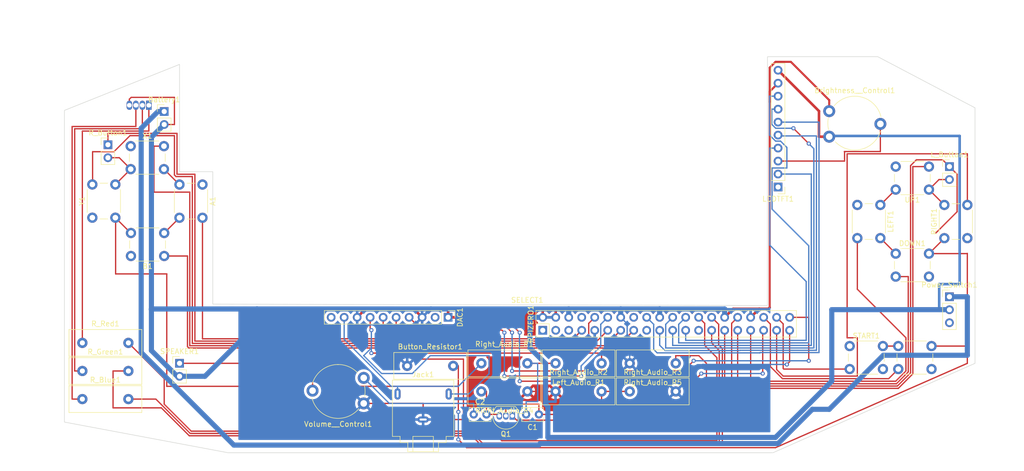
<source format=kicad_pcb>
(kicad_pcb (version 20211014) (generator pcbnew)
  (layers (0 "F.Cu" signal) (31 "B.Cu" signal) (34 "B.Paste" user) (35 "F.Paste" user) (36 "B.SilkS" user "B.Silkscreen") (37 "F.SilkS" user "F.Silkscreen") (38 "B.Mask" user) (39 "F.Mask" user) (44 "Edge.Cuts" user))
  (net 0 "")
  (net 1 "Net-(A1-Pad1)")
  (net 2 "Net-(A1-Pad2)")
  (net 3 "Net-(Amplifier1-Pad1)")
  (net 4 "Net-(Amplifier1-Pad2)")
  (net 5 "Net-(Amplifier1-Pad4)")
  (net 6 "Net-(B1-Pad1)")
  (net 7 "Net-(Battery1-Pad1)")
  (net 8 "Net-(Brightness__Control1-Pad2)")
  (net 9 "Net-(C1-Pad1)")
  (net 10 "Net-(SPEAKER1-Pad1)")
  (net 11 "Net-(C2-Pad2)")
  (net 13 "Net-(DAC1-Pad4)")
  (net 14 "Net-(DAC1-Pad5)")
  (net 15 "Net-(DAC1-Pad6)")
  (net 16 "Net-(DAC1-Pad7)")
  (net 17 "Net-(DAC1-Pad9)")
  (net 19 "Net-(C2-Pad1)")
  (net 21 "Net-(LCDTFT1-Pad2)")
  (net 22 "Net-(LCDTFT1-Pad4)")
  (net 23 "Net-(LCDTFT1-Pad5)")
  (net 24 "Net-(LCDTFT1-Pad6)")
  (net 25 "Net-(LCDTFT1-Pad7)")
  (net 26 "Net-(LCDTFT1-Pad8)")
  (net 27 "Net-(DOWN1-Pad2)")
  (net 28 "Net-(LEFT1-Pad2)")
  (net 30 "Net-(Q1-Pad1)")
  (net 31 "Net-(L_Button1-Pad1)")
  (net 36 "Net-(RPIZERO1-Pad10)")
  (net 37 "Net-(RPIZERO1-Pad11)")
  (net 38 "Net-(RIGHT1-Pad2)")
  (net 41 "Net-(RPIZERO1-Pad13)")
  (net 42 "Net-(RPIZERO1-Pad26)")
  (net 43 "Net-(RPIZERO1-Pad27)")
  (net 44 "Net-(RPIZERO1-Pad29)")
  (net 45 "Net-(RPIZERO1-Pad28)")
  (net 46 "Net-(RPIZERO1-Pad36)")
  (net 47 "Net-(RPIZERO1-Pad38)")
  (net 48 "Net-(R_Blue1-Pad1)")
  (net 49 "Net-(R_Green1-Pad1)")
  (net 50 "Net-(R_Red1-Pad1)")
  (footprint "Connector_PinHeader_2.54mm:PinHeader_1x10_P2.54mm_Vertical" (layer "F.Cu") (at 171 69.5 180)
    (fp_text reference "LCDTFT1")
    (fp_text value "Conn_01x10")
  )
  (footprint "Resistor_THT:R_Box_L14.0mm_W5.0mm_P9.00mm" (layer "F.Cu") (at 142 109.5)
    (fp_text reference "Right_Audio_R3")
    (fp_text value "1000")
  )
  (footprint "Connector_PinHeader_2.54mm:PinHeader_1x03_P2.54mm_Vertical" (layer "F.Cu") (at 204.5 90.975)
    (fp_text reference "Power_Switch1")
    (fp_text value "SW_SPDT")
  )
  (footprint "Capacitor_THT:C_Rect_L4.0mm_W2.5mm_P2.50mm" (layer "F.Cu") (at 111.5 114)
    (fp_text reference "C2")
    (fp_text value "C_Polarized_Small")
  )
  (footprint "Connector_PinHeader_2.54mm:PinHeader_1x02_P2.54mm_Vertical" (layer "F.Cu") (at 40 61.225)
    (fp_text reference "R_Button1")
    (fp_text value "Conn_01x02")
  )
  (footprint "Connector_PinHeader_2.54mm:PinHeader_2x20_P2.54mm_Vertical" (layer "F.Cu") (at 125 97.54 90)
    (fp_text reference "RPIZERO1")
    (fp_text value "Conn_02x20_Odd_Even")
  )
  (footprint "Button_Switch_THT:SW_PUSH_6mm" (layer "F.Cu") (at 200.5 70 180)
    (fp_text reference "UP1")
    (fp_text value "SW_Push_Dual")
  )
  (footprint "Potentiometer_THT:Potentiometer_Piher_PT-10-V10_Vertical" (layer "F.Cu") (at 90 106.85 180)
    (fp_text reference "Volume__Control1")
    (fp_text value "10k")
  )
  (footprint "Resistor_THT:R_Box_L14.0mm_W5.0mm_P9.00mm" (layer "F.Cu") (at 35 100)
    (fp_text reference "R_Red1")
    (fp_text value "220")
  )
  (footprint "Resistor_THT:R_Box_L14.0mm_W5.0mm_P9.00mm" (layer "F.Cu") (at 151 104 180)
    (fp_text reference "Right_Audio_R5")
    (fp_text value "20")
  )
  (footprint "Potentiometer_THT:Potentiometer_Piher_PT-10-V10_Vertical" (layer "F.Cu") (at 181 59.65)
    (fp_text reference "Brightness__Control1")
    (fp_text value "10k")
  )
  (footprint "Connector_PinHeader_2.54mm:PinHeader_1x02_P2.54mm_Vertical" (layer "F.Cu") (at 54 104)
    (fp_text reference "SPEAKER1")
    (fp_text value "Conn_01x02")
  )
  (footprint "Button_Switch_THT:SW_PUSH_6mm" (layer "F.Cu") (at 58.482231 69.015407 -90)
    (fp_text reference "A1")
    (fp_text value "SW_Push_Dual")
  )
  (footprint "Connector_Audio:Jack_3.5mm_CUI_SJ1-3523N_Horizontal" (layer "F.Cu") (at 101.615 115)
    (fp_text reference "Jack1")
    (fp_text value "AudioJack3")
  )
  (footprint "Button_Switch_THT:SW_PUSH_6mm" (layer "F.Cu") (at 194.001226 82.530877)
    (fp_text reference "DOWN1")
    (fp_text value "SW_Push_Dual")
  )
  (footprint "LED_THT:LED_D5.0mm-4_RGB" (layer "F.Cu") (at 48 53.5 180)
    (fp_text reference "Status_LED1" hide)
    (fp_text value "LED_RGBK" hide)
  )
  (footprint "Button_Switch_THT:SW_PUSH_6mm" (layer "F.Cu") (at 51 83 180)
    (fp_text reference "B1")
    (fp_text value "SW_Push_Dual")
  )
  (footprint "Resistor_THT:R_Box_L14.0mm_W5.0mm_P9.00mm" (layer "F.Cu") (at 35 111)
    (fp_text reference "R_Blue1")
    (fp_text value "220")
  )
  (footprint "Connector_PinHeader_2.54mm:PinHeader_1x02_P2.54mm_Vertical" (layer "F.Cu") (at 51 54.725)
    (fp_text reference "Battery1")
    (fp_text value "Conn_01x02")
  )
  (footprint "Resistor_THT:R_Box_L14.0mm_W5.0mm_P9.00mm" (layer "F.Cu") (at 35 105.5)
    (fp_text reference "R_Green1")
    (fp_text value "220")
  )
  (footprint "Button_Switch_THT:SW_PUSH_6mm" (layer "F.Cu") (at 36.95 75.5 90)
    (fp_text reference "Y1")
    (fp_text value "SW_Push_Dual")
  )
  (footprint "Resistor_THT:R_Box_L14.0mm_W5.0mm_P9.00mm" (layer "F.Cu") (at 127.5 109.5)
    (fp_text reference "Right_Audio_R2")
    (fp_text value "3220")
  )
  (footprint "Resistor_THT:R_Box_L14.0mm_W5.0mm_P9.00mm" (layer "F.Cu") (at 122 109.5 180)
    (fp_text reference "Right_Audio_R4")
    (fp_text value "100")
  )
  (footprint "Resistor_THT:R_Box_L14.0mm_W5.0mm_P9.00mm" (layer "F.Cu") (at 98.5 104.5)
    (fp_text reference "Button_Resistor1")
    (fp_text value "10k")
  )
  (footprint "Capacitor_THT:C_Rect_L4.0mm_W2.5mm_P2.50mm" (layer "F.Cu") (at 124.25 114 180)
    (fp_text reference "C1")
    (fp_text value "C_Polarized_Small")
  )
  (footprint "Package_TO_SOT_THT:TO-92_Inline" (layer "F.Cu") (at 119.05779 114.275011 180)
    (fp_text reference "Q1")
    (fp_text value "S8050")
  )
  (footprint "Button_Switch_THT:SW_PUSH_6mm" (layer "F.Cu") (at 194.5 100.625)
    (fp_text reference locked "SELECT1")
    (fp_text value "SW_Push_Dual")
  )
  (footprint "Button_Switch_THT:SW_PUSH_6mm" (layer "F.Cu") (at 191 73 -90)
    (fp_text reference "LEFT1")
    (fp_text value "SW_Push_Dual")
  )
  (footprint "Button_Switch_THT:SW_PUSH_6mm" (layer "F.Cu") (at 185 100.625)
    (fp_text reference "START1")
    (fp_text value "SW_Push_Dual")
  )
  (footprint "Connector_PinHeader_2.54mm:PinHeader_1x02_P2.54mm_Vertical" (layer "F.Cu") (at 204.5 65.5)
    (fp_text reference "L_Button1")
    (fp_text value "Conn_01x02")
  )
  (footprint "Resistor_THT:R_Box_L14.0mm_W5.0mm_P9.00mm" (layer "F.Cu") (at 113 104)
    (fp_text reference "Right_Audio_R1")
    (fp_text value "100")
  )
  (footprint "Button_Switch_THT:SW_PUSH_6mm" (layer "F.Cu") (at 203.508347 79.506304 90)
    (fp_text reference "RIGHT1")
    (fp_text value "SW_Push_Dual")
  )
  (footprint "Button_Switch_THT:SW_PUSH_6mm" (layer "F.Cu") (at 44.45 61.5)
    (fp_text reference "X1")
    (fp_text value "SW_Push_Dual")
  )
  (footprint "Resistor_THT:R_Box_L14.0mm_W5.0mm_P9.00mm" (layer "F.Cu") (at 136.5 104 180)
    (fp_text reference "Left_Audio_R1")
    (fp_text value "100")
  )
  (footprint "Connector_PinHeader_2.54mm:PinHeader_1x10_P2.54mm_Vertical" (layer "F.Cu") (at 106.5 95 -90)
    (fp_text reference "DAC1")
    (fp_text value "Conn_01x10")
  )
  (gr_poly (pts (xy 209.5 54) (xy 209.5 104) (xy 170 121.5) (xy 63.5 121.5) (xy 31.5 115.5) (xy 31.5 54.5) (xy 54 45.5) (xy 54 66.5) (xy 60.5 66.5) (xy 60.50078 92.416386) (xy 168.933031 92.686436) (xy 168.932251 44.000001) (xy 190.5 44)) (layer "Edge.Cuts") (width 0.1) (fill none))
  (segment (start 58.482231 99.2) (end 58.482231 75.515407) (width 0.25) (layer "F.Cu") (net 1))
  (segment (start 130.96 99.2) (end 58.482231 99.2) (width 0.25) (layer "F.Cu") (net 1))
  (segment (start 132.62 97.54) (end 130.96 99.2) (width 0.25) (layer "F.Cu") (net 1))
  (segment (start 108.5 108.5) (end 108.5 108) (width 0.25) (layer "F.Cu") (net 2))
  (segment (start 170.5 120.5) (end 208 104) (width 0.25) (layer "F.Cu") (net 2))
  (segment (start 200.501226 82.530877) (end 203.508347 79.523756) (width 0.25) (layer "F.Cu") (net 2))
  (segment (start 110.0995 120.5) (end 170.5 120.5) (width 0.25) (layer "F.Cu") (net 2))
  (segment (start 51.5 108.5) (end 74 108.5) (width 0.25) (layer "F.Cu") (net 2))
  (segment (start 208 104) (end 208 98.5) (width 0.25) (layer "F.Cu") (net 2))
  (segment (start 108.5 108) (end 108.5 104.5) (width 0.25) (layer "F.Cu") (net 2))
  (segment (start 200.502043 70) (end 200.5 70) (width 0.25) (layer "F.Cu") (net 2))
  (segment (start 194 70) (end 191 73) (width 0.25) (layer "F.Cu") (net 2))
  (segment (start 74 108.5) (end 77 111.5) (width 0.25) (layer "F.Cu") (net 2))
  (segment (start 203.508347 79.523756) (end 203.508347 79.506304) (width 0.25) (layer "F.Cu") (net 2))
  (segment (start 50.95 66) (end 53.965407 69.015407) (width 0.25) (layer "F.Cu") (net 2))
  (segment (start 202.46 68.04) (end 204.5 68.04) (width 0.25) (layer "F.Cu") (net 2))
  (segment (start 201 100.625) (end 207.875 100.625) (width 0.25) (layer "F.Cu") (net 2))
  (segment (start 41.5 86.5) (end 51.5 86.5) (width 0.25) (layer "F.Cu") (net 2))
  (segment (start 41.45 75.5) (end 41.5 75.5) (width 0.25) (layer "F.Cu") (net 2))
  (segment (start 108.5 118.9005) (end 110.0995 120.5) (width 0.25) (layer "F.Cu") (net 2))
  (segment (start 51.5 86.5) (end 51.5 108.5) (width 0.25) (layer "F.Cu") (net 2))
  (segment (start 208 98.5) (end 208 82.5) (width 0.25) (layer "F.Cu") (net 2))
  (segment (start 77 111.5) (end 82.882125 111.5) (width 0.25) (layer "F.Cu") (net 2))
  (segment (start 191 79.5) (end 194.001226 82.501226) (width 0.25) (layer "F.Cu") (net 2))
  (segment (start 53.965407 69.015407) (end 53.982231 69.015407) (width 0.25) (layer "F.Cu") (net 2))
  (segment (start 208 82.5) (end 207.969123 82.530877) (width 0.25) (layer "F.Cu") (net 2))
  (segment (start 51 78.497638) (end 51 78.5) (width 0.25) (layer "F.Cu") (net 2))
  (segment (start 107.5 104.5) (end 107 105) (width 0.25) (layer "F.Cu") (net 2))
  (segment (start 194.001226 82.501226) (end 194.001226 82.530877) (width 0.25) (layer "F.Cu") (net 2))
  (segment (start 44.45 78.5) (end 44.5 78.5) (width 0.25) (layer "F.Cu") (net 2))
  (segment (start 42.215 63.765) (end 44.45 66) (width 0.25) (layer "F.Cu") (net 2))
  (segment (start 203.508347 73.006304) (end 200.502043 70) (width 0.25) (layer "F.Cu") (net 2))
  (segment (start 207.969123 82.530877) (end 200.501226 82.530877) (width 0.25) (layer "F.Cu") (net 2))
  (segment (start 82.882125 111.5) (end 85.882125 108.5) (width 0.25) (layer "F.Cu") (net 2))
  (segment (start 108.5 113.5) (end 108.5 108) (width 0.25) (layer "F.Cu") (net 2))
  (segment (start 207.875 100.625) (end 208 100.5) (width 0.25) (layer "F.Cu") (net 2))
  (segment (start 41.45 75.5) (end 44.45 78.5) (width 0.25) (layer "F.Cu") (net 2))
  (segment (start 194.5 100.625) (end 191.5 100.625) (width 0.25) (layer "F.Cu") (net 2))
  (segment (start 40 63.765) (end 42.215 63.765) (width 0.25) (layer "F.Cu") (net 2))
  (segment (start 41.5 75.5) (end 41.5 86.5) (width 0.25) (layer "F.Cu") (net 2))
  (segment (start 208 100.5) (end 208 98.5) (width 0.25) (layer "F.Cu") (net 2))
  (segment (start 44.45 66) (end 41.45 69) (width 0.25) (layer "F.Cu") (net 2))
  (segment (start 85.882125 108.5) (end 108.5 108.5) (width 0.25) (layer "F.Cu") (net 2))
  (segment (start 53.982231 75.515407) (end 51 78.497638) (width 0.25) (layer "F.Cu") (net 2))
  (segment (start 108.5 104.5) (end 107.5 104.5) (width 0.25) (layer "F.Cu") (net 2))
  (segment (start 200.5 70) (end 202.46 68.04) (width 0.25) (layer "F.Cu") (net 2))
  (via (at 108.5 118.9005) (size 0.8) (drill 0.4) (layers "F.Cu" "B.Cu") (net 2))
  (via (at 108.5 113.5) (size 0.8) (drill 0.4) (layers "F.Cu" "B.Cu") (net 2))
  (segment (start 108.5 118.9005) (end 108.5 113.5) (width 0.25) (layer "B.Cu") (net 2))
  (segment (start 122 104) (end 127.5 104) (width 0.25) (layer "F.Cu") (net 3))
  (segment (start 124 104) (end 122 104) (width 0.25) (layer "B.Cu") (net 3))
  (segment (start 121.75 111.5) (end 124 111.5) (width 0.25) (layer "B.Cu") (net 3))
  (segment (start 124 111.5) (end 124 104) (width 0.25) (layer "B.Cu") (net 3))
  (segment (start 121.75 114) (end 121.75 111.5) (width 0.25) (layer "B.Cu") (net 3))
  (segment (start 169.363557 46.136443) (end 169.363557 52.863557) (width 0.4) (layer "F.Cu") (net 4))
  (segment (start 172.7245 104.2245) (end 173.26 103.689) (width 0.25) (layer "F.Cu") (net 4))
  (segment (start 44.545022 51.954978) (end 53 51.954978) (width 0.25) (layer "F.Cu") (net 4))
  (segment (start 101.615 111.85) (end 101.615 115) (width 0.25) (layer "F.Cu") (net 4))
  (segment (start 167.314666 93.325334) (end 162.234666 93.325334) (width 0.5) (layer "F.Cu") (net 4))
  (segment (start 167.314666 93.325334) (end 169.134285 93.325334) (width 0.5) (layer "F.Cu") (net 4))
  (segment (start 53 51.954978) (end 53 57.265) (width 0.25) (layer "F.Cu") (net 4))
  (segment (start 169.363557 52.863557) (end 169.363557 50.816443) (width 0.4) (layer "F.Cu") (net 4))
  (segment (start 109.5 115) (end 101.615 115) (width 0.25) (layer "F.Cu") (net 4))
  (segment (start 181 52.5) (end 173.5 45) (width 0.4) (layer "F.Cu") (net 4))
  (segment (start 109.5 103.175) (end 109.5 115) (width 0.25) (layer "F.Cu") (net 4))
  (segment (start 162.234666 93.325334) (end 160.56 95) (width 0.5) (layer "F.Cu") (net 4))
  (segment (start 165.64 95) (end 167.314666 93.325334) (width 0.5) (layer "F.Cu") (net 4))
  (segment (start 169.134285 93.325334) (end 169.363557 93.096062) (width 0.5) (layer "F.Cu") (net 4))
  (segment (start 181 54.65) (end 181 52.5) (width 0.4) (layer "F.Cu") (net 4))
  (segment (start 44.19 52.31) (end 44.545022 51.954978) (width 0.25) (layer "F.Cu") (net 4))
  (segment (start 99.783557 93.363557) (end 101.42 95) (width 0.5) (layer "F.Cu") (net 4))
  (segment (start 169.363557 93.096062) (end 169.363557 52.863557) (width 0.4) (layer "F.Cu") (net 4))
  (segment (start 173.5 45) (end 170.5 45) (width 0.4) (layer "F.Cu") (net 4))
  (segment (start 170.5 45) (end 169.363557 46.136443) (width 0.4) (layer "F.Cu") (net 4))
  (segment (start 173.26 103.689) (end 173.26 97.54) (width 0.25) (layer "F.Cu") (net 4))
  (segment (start 88.72 95) (end 90.356443 93.363557) (width 0.5) (layer "F.Cu") (net 4))
  (segment (start 53 57.265) (end 51 57.265) (width 0.25) (layer "F.Cu") (net 4))
  (segment (start 98.5 104.5) (end 99.825 103.175) (width 0.25) (layer "F.Cu") (net 4))
  (segment (start 99.825 103.175) (end 109.5 103.175) (width 0.25) (layer "F.Cu") (net 4))
  (segment (start 90 111.85) (end 101.615 111.85) (width 0.25) (layer "F.Cu") (net 4))
  (segment (start 169.363557 50.816443) (end 171 49.18) (width 0.4) (layer "F.Cu") (net 4))
  (segment (start 90.356443 93.363557) (end 99.783557 93.363557) (width 0.5) (layer "F.Cu") (net 4))
  (segment (start 44.19 53.5) (end 44.19 52.31) (width 0.25) (layer "F.Cu") (net 4))
  (via (at 172.7245 104.2245) (size 0.8) (drill 0.4) (layers "F.Cu" "B.Cu") (net 4))
  (segment (start 53.54 106.54) (end 54 106.54) (width 0.25) (layer "B.Cu") (net 4))
  (segment (start 69.136443 93.363557) (end 103.136443 93.363557) (width 1) (layer "B.Cu") (net 4))
  (segment (start 147.865615 93.369172) (end 160.56 93.369172) (width 1) (layer "B.Cu") (net 4))
  (segment (start 103.136443 93.42) (end 103.136443 93.363557) (width 0.25) (layer "B.Cu") (net 4))
  (segment (start 69.136443 93.363557) (end 48.5 93.363557) (width 1) (layer "B.Cu") (net 4))
  (segment (start 101.42 95) (end 98.5 97.92) (width 0.5) (layer "B.Cu") (net 4))
  (segment (start 172.7245 104.2245) (end 156.2755 104.2245) (width 0.25) (layer "B.Cu") (net 4))
  (segment (start 147.86 93.363557) (end 147.865615 93.369172) (width 1) (layer "B.Cu") (net 4))
  (segment (start 140.24 93.363557) (end 147.86 93.363557) (width 1) (layer "B.Cu") (net 4))
  (segment (start 140.24 95) (end 141.5 96.26) (width 0.25) (layer "B.Cu") (net 4))
  (segment (start 103 93.42) (end 103.136443 93.42) (width 0.25) (layer "B.Cu") (net 4))
  (segment (start 147.86 93.363557) (end 147.86 95) (width 1) (layer "B.Cu") (net 4))
  (segment (start 141.605 103.605) (end 142 104) (width 0.25) (layer "B.Cu") (net 4))
  (segment (start 69.136443 96.363557) (end 69.136443 93.363557) (width 1) (layer "B.Cu") (net 4))
  (segment (start 130.08 93.363557) (end 140.24 93.363557) (width 1) (layer "B.Cu") (net 4))
  (segment (start 48.5 93.5) (end 48.5 101.5) (width 1) (layer "B.Cu") (net 4))
  (segment (start 48.5 59.765) (end 48.5 93.5) (width 1) (layer "B.Cu") (net 4))
  (segment (start 141.5 101.5) (end 142 101.5) (width 0.25) (layer "B.Cu") (net 4))
  (segment (start 58.96 106.54) (end 69.136443 96.363557) (width 1) (layer "B.Cu") (net 4))
  (segment (start 48.5 93.363557) (end 48.5 93.5) (width 1) (layer "B.Cu") (net 4))
  (segment (start 160.56 93.369172) (end 160.56 95) (width 1) (layer "B.Cu") (net 4))
  (segment (start 142 101.5) (end 142 104) (width 0.25) (layer "B.Cu") (net 4))
  (segment (start 141.5 96.26) (end 141.5 101.5) (width 0.25) (layer "B.Cu") (net 4))
  (segment (start 156.2755 104.2245) (end 151 109.5) (width 0.25) (layer "B.Cu") (net 4))
  (segment (start 51 57.265) (end 48.5 59.765) (width 1) (layer "B.Cu") (net 4))
  (segment (start 54 106.54) (end 58.96 106.54) (width 1) (layer "B.Cu") (net 4))
  (segment (start 101.42 95) (end 103 93.42) (width 0.5) (layer "B.Cu") (net 4))
  (segment (start 48.5 101.5) (end 53.54 106.54) (width 1) (layer "B.Cu") (net 4))
  (segment (start 103.136443 93.363557) (end 130.08 93.363557) (width 1) (layer "B.Cu") (net 4))
  (segment (start 130.08 93.363557) (end 130.08 95) (width 1) (layer "B.Cu") (net 4))
  (segment (start 98.5 97.92) (end 98.5 104.5) (width 0.5) (layer "B.Cu") (net 4))
  (segment (start 140.24 93.363557) (end 140.24 95) (width 1) (layer "B.Cu") (net 4))
  (segment (start 179 59.65) (end 181 59.65) (width 0.5) (layer "F.Cu") (net 5))
  (segment (start 122 109.5) (end 127.5 109.5) (width 0.25) (layer "F.Cu") (net 5))
  (segment (start 106.5 95) (end 125 95) (width 0.5) (layer "F.Cu") (net 5))
  (segment (start 179 54.64) (end 179 59.65) (width 0.5) (layer "F.Cu") (net 5))
  (segment (start 171 46.64) (end 179 54.64) (width 0.5) (layer "F.Cu") (net 5))
  (segment (start 202.5 88.5) (end 202.5 93.5) (width 0.5) (layer "B.Cu") (net 5))
  (segment (start 125 95) (end 127.54 95) (width 0.5) (layer "B.Cu") (net 5))
  (segment (start 126 112.440738) (end 125.552102 111.99284) (width 1) (layer "B.Cu") (net 5))
  (segment (start 125.552102 104.052102) (end 122.5 101) (width 1) (layer "B.Cu") (net 5))
  (segment (start 206.5 59.5) (end 206.5 88.5) (width 0.5) (layer "B.Cu") (net 5))
  (segment (start 170.5 118.5) (end 126 118.5) (width 1) (layer "B.Cu") (net 5))
  (segment (start 125.552102 111.99284) (end 125.552102 111.447898) (width 1) (layer "B.Cu") (net 5))
  (segment (start 125.552102 111.447898) (end 125.552102 104.052102) (width 1) (layer "B.Cu") (net 5))
  (segment (start 126 118.5) (end 126 112.440738) (width 1) (layer "B.Cu") (net 5))
  (segment (start 202.5 93.5) (end 204.5 93.5) (width 1) (layer "B.Cu") (net 5))
  (segment (start 181.5 93.5) (end 181.5 107.5) (width 1) (layer "B.Cu") (net 5))
  (segment (start 181.5 107.5) (end 170.5 118.5) (width 1) (layer "B.Cu") (net 5))
  (segment (start 204.5 93.5) (end 204.5 93.515) (width 0.25) (layer "B.Cu") (net 5))
  (segment (start 122.5 101) (end 122.5 95) (width 1) (layer "B.Cu") (net 5))
  (segment (start 125.552102 111.5) (end 125.552102 111.447898) (width 0.5) (layer "B.Cu") (net 5))
  (segment (start 127.5 111.5) (end 125.552102 111.5) (width 0.5) (layer "B.Cu") (net 5))
  (segment (start 181.15 59.5) (end 206.5 59.5) (width 0.5) (layer "B.Cu") (net 5))
  (segment (start 202.5 93.5) (end 181.5 93.5) (width 1) (layer "B.Cu") (net 5))
  (segment (start 127.5 109.5) (end 127.5 111.5) (width 0.5) (layer "B.Cu") (net 5))
  (segment (start 122.5 95) (end 125 95) (width 1) (layer "B.Cu") (net 5))
  (segment (start 206.5 88.5) (end 202.5 88.5) (width 0.5) (layer "B.Cu") (net 5))
  (segment (start 181 59.65) (end 181.15 59.5) (width 0.25) (layer "B.Cu") (net 5))
  (segment (start 139.32 101) (end 55.813604 101) (width 0.25) (layer "F.Cu") (net 6))
  (segment (start 142.78 97.54) (end 139.32 101) (width 0.25) (layer "F.Cu") (net 6))
  (segment (start 55.55 83) (end 51 83) (width 0.25) (layer "F.Cu") (net 6))
  (segment (start 55.55 100.736396) (end 55.55 83) (width 0.25) (layer "F.Cu") (net 6))
  (segment (start 55.813604 101) (end 55.55 100.736396) (width 0.25) (layer "F.Cu") (net 6))
  (segment (start 177.697056 113) (end 181 113) (width 1) (layer "B.Cu") (net 7))
  (segment (start 181 113) (end 191.577922 102.422078) (width 1) (layer "B.Cu") (net 7))
  (segment (start 191.577922 102.422078) (end 208 102.422078) (width 1) (layer "B.Cu") (net 7))
  (segment (start 46.5 58) (end 46.5 101.881726) (width 1) (layer "B.Cu") (net 7))
  (segment (start 49.5 55) (end 46.5 58) (width 1) (layer "B.Cu") (net 7))
  (segment (start 124.202444 120.0005) (end 124.502944 119.7) (width 1) (layer "B.Cu") (net 7))
  (segment (start 46.5 101.881726) (end 64.618774 120.0005) (width 1) (layer "B.Cu") (net 7))
  (segment (start 124.502944 119.7) (end 170.997056 119.7) (width 1) (layer "B.Cu") (net 7))
  (segment (start 170.997056 119.7) (end 177.697056 113) (width 1) (layer "B.Cu") (net 7))
  (segment (start 208 90.975) (end 204.5 90.975) (width 1) (layer "B.Cu") (net 7))
  (segment (start 208 102.422078) (end 208 90.975) (width 1) (layer "B.Cu") (net 7))
  (segment (start 49.775 54.725) (end 51 54.725) (width 1) (layer "B.Cu") (net 7))
  (segment (start 49.5 55) (end 49.775 54.725) (width 0.25) (layer "B.Cu") (net 7))
  (segment (start 64.618774 120.0005) (end 124.202444 120.0005) (width 1) (layer "B.Cu") (net 7))
  (segment (start 184 64.42) (end 184 62.6) (width 0.25) (layer "F.Cu") (net 8))
  (segment (start 191 62.55) (end 191 57.15) (width 0.25) (layer "F.Cu") (net 8))
  (segment (start 171 64.42) (end 184 64.42) (width 0.25) (layer "F.Cu") (net 8))
  (segment (start 183.95 62.55) (end 191 62.55) (width 0.25) (layer "F.Cu") (net 8))
  (segment (start 124.25 114) (end 136.5 114) (width 0.25) (layer "F.Cu") (net 9))
  (segment (start 136.5 114) (end 136.5 109.5) (width 0.25) (layer "F.Cu") (net 9))
  (segment (start 124.25 112) (end 124.25 114) (width 0.25) (layer "F.Cu") (net 9))
  (segment (start 117.78779 114.275011) (end 117.78779 112) (width 0.25) (layer "F.Cu") (net 9))
  (segment (start 117.78779 112) (end 124.25 112) (width 0.25) (layer "F.Cu") (net 9))
  (segment (start 136.5 109.5) (end 142 109.5) (width 0.25) (layer "F.Cu") (net 9))
  (segment (start 80 104) (end 80 109.35) (width 0.25) (layer "F.Cu") (net 10))
  (segment (start 54 104) (end 80 104) (width 0.25) (layer "F.Cu") (net 10))
  (segment (start 114 109.5) (end 113 109.5) (width 0.25) (layer "F.Cu") (net 11))
  (segment (start 116.51779 114) (end 116.51779 114.275011) (width 0.25) (layer "F.Cu") (net 11))
  (segment (start 114 114) (end 114 109.5) (width 0.25) (layer "F.Cu") (net 11))
  (segment (start 114 114) (end 116.51779 114) (width 0.25) (layer "F.Cu") (net 11))
  (segment (start 156 106) (end 154.5 107.5) (width 0.25) (layer "F.Cu") (net 13))
  (segment (start 120.5 97.9905) (end 120.4905 97.9905) (width 0.25) (layer "F.Cu") (net 13))
  (segment (start 154.5 107.5) (end 120.5 107.5) (width 0.25) (layer "F.Cu") (net 13))
  (segment (start 119 96.5) (end 100.38 96.5) (width 0.25) (layer "F.Cu") (net 13))
  (segment (start 100.38 96.5) (end 98.88 95) (width 0.25) (layer "F.Cu") (net 13))
  (segment (start 120.4905 97.9905) (end 119 96.5) (width 0.25) (layer "F.Cu") (net 13))
  (segment (start 168 97.54) (end 168.18 97.54) (width 0.25) (layer "F.Cu") (net 13))
  (segment (start 168 106) (end 168 97.54) (width 0.25) (layer "F.Cu") (net 13))
  (via (at 120.5 107.5) (size 0.8) (drill 0.4) (layers "F.Cu" "B.Cu") (net 13))
  (via (at 156 106) (size 0.8) (drill 0.4) (layers "F.Cu" "B.Cu") (net 13))
  (via (at 168 106) (size 0.8) (drill 0.4) (layers "F.Cu" "B.Cu") (net 13))
  (via (at 120.5 97.9905) (size 0.8) (drill 0.4) (layers "F.Cu" "B.Cu") (net 13))
  (segment (start 120.5 97.9905) (end 120.45 98.0405) (width 0.25) (layer "B.Cu") (net 13))
  (segment (start 120.45 98.0405) (end 120.45 107.45) (width 0.25) (layer "B.Cu") (net 13))
  (segment (start 120.45 107.45) (end 120.5 107.5) (width 0.25) (layer "B.Cu") (net 13))
  (segment (start 156 106) (end 168 106) (width 0.25) (layer "B.Cu") (net 13))
  (segment (start 96.34 97) (end 96.34 95) (width 0.25) (layer "F.Cu") (net 14))
  (segment (start 118.0095 97) (end 96.34 97) (width 0.25) (layer "F.Cu") (net 14))
  (segment (start 152.5 105.5) (end 119 105.5) (width 0.25) (layer "F.Cu") (net 14))
  (segment (start 119 97.9905) (end 118.0095 97) (width 0.25) (layer "F.Cu") (net 14))
  (segment (start 154.5 103.5) (end 152.5 105.5) (width 0.25) (layer "F.Cu") (net 14))
  (segment (start 177 95) (end 173.26 95) (width 0.25) (layer "F.Cu") (net 14))
  (segment (start 177 103.5) (end 177 95) (width 0.25) (layer "F.Cu") (net 14))
  (via (at 177 103.5) (size 0.8) (drill 0.4) (layers "F.Cu" "B.Cu") (net 14))
  (via (at 154.5 103.5) (size 0.8) (drill 0.4) (layers "F.Cu" "B.Cu") (net 14))
  (via (at 119 105.5) (size 0.8) (drill 0.4) (layers "F.Cu" "B.Cu") (net 14))
  (via (at 119 97.9905) (size 0.8) (drill 0.4) (layers "F.Cu" "B.Cu") (net 14))
  (segment (start 154.5 103.5) (end 177 103.5) (width 0.25) (layer "B.Cu") (net 14))
  (segment (start 119 105.5) (end 119 97.9905) (width 0.25) (layer "B.Cu") (net 14))
  (segment (start 93.8 97.5) (end 93.8 95) (width 0.25) (layer "F.Cu") (net 15))
  (segment (start 132.5 106.5) (end 117.5 106.5) (width 0.25) (layer "F.Cu") (net 15))
  (segment (start 117.0095 97.5) (end 93.8 97.5) (width 0.25) (layer "F.Cu") (net 15))
  (segment (start 117.5 97.9905) (end 117.0095 97.5) (width 0.25) (layer "F.Cu") (net 15))
  (via (at 117.5 97.9905) (size 0.8) (drill 0.4) (layers "F.Cu" "B.Cu") (net 15))
  (via (at 117.5 106.5) (size 0.8) (drill 0.4) (layers "F.Cu" "B.Cu") (net 15))
  (via (at 132.5 106.5) (size 0.8) (drill 0.4) (layers "F.Cu" "B.Cu") (net 15))
  (segment (start 132.5 104.5) (end 132.5 106.5) (width 0.25) (layer "B.Cu") (net 15))
  (segment (start 137.7 95) (end 136.335 96.365) (width 0.25) (layer "B.Cu") (net 15))
  (segment (start 136.335 96.365) (end 136.335 100.665) (width 0.25) (layer "B.Cu") (net 15))
  (segment (start 117.5 106.5) (end 117.5 97.9905) (width 0.25) (layer "B.Cu") (net 15))
  (segment (start 136.335 100.665) (end 132.5 104.5) (width 0.25) (layer "B.Cu") (net 15))
  (segment (start 136.5 102) (end 136.5 104) (width 0.25) (layer "F.Cu") (net 16))
  (segment (start 91.5 102) (end 136.5 102) (width 0.25) (layer "F.Cu") (net 16))
  (segment (start 91.26 97.26) (end 91.26 95) (width 0.25) (layer "F.Cu") (net 16))
  (segment (start 91.5 97.5) (end 91.26 97.26) (width 0.25) (layer "F.Cu") (net 16))
  (via (at 91.5 102) (size 0.8) (drill 0.4) (layers "F.Cu" "B.Cu") (net 16))
  (via (at 91.5 97.5) (size 0.8) (drill 0.4) (layers "F.Cu" "B.Cu") (net 16))
  (segment (start 114.5 102.5) (end 114.5 106.031397) (width 0.25) (layer "B.Cu") (net 16))
  (segment (start 99.5 106) (end 103 102.5) (width 0.25) (layer "B.Cu") (net 16))
  (segment (start 90 102.5) (end 93.5 106) (width 0.25) (layer "B.Cu") (net 16))
  (segment (start 103 102.5) (end 114.5 102.5) (width 0.25) (layer "B.Cu") (net 16))
  (segment (start 114.5 106.031397) (end 110.531397 110) (width 0.25) (layer "B.Cu") (net 16))
  (segment (start 91.5 97.5) (end 91.5 101) (width 0.25) (layer "B.Cu") (net 16))
  (segment (start 110.531397 110) (end 106.615 110) (width 0.25) (layer "B.Cu") (net 16))
  (segment (start 91.5 101) (end 91.5 102) (width 0.25) (layer "B.Cu") (net 16))
  (segment (start 91.5 101) (end 90 102.5) (width 0.25) (layer "B.Cu") (net 16))
  (segment (start 93.5 106) (end 99.5 106) (width 0.25) (layer "B.Cu") (net 16))
  (segment (start 96.615 108.5) (end 97 108.5) (width 0.25) (layer "B.Cu") (net 17))
  (segment (start 86.18 99.316396) (end 95.363604 108.5) (width 0.25) (layer "B.Cu") (net 17))
  (segment (start 86.18 95) (end 86.18 99.316396) (width 0.25) (layer "B.Cu") (net 17))
  (segment (start 108.5 108.5) (end 113 104) (width 0.25) (layer "B.Cu") (net 17))
  (segment (start 96.615 110) (end 96.615 108.5) (width 0.25) (layer "B.Cu") (net 17))
  (segment (start 95.363604 108.5) (end 97 108.5) (width 0.25) (layer "B.Cu") (net 17))
  (segment (start 97 108.5) (end 108.5 108.5) (width 0.25) (layer "B.Cu") (net 17))
  (segment (start 96.5 109.5) (end 96.615 109.5) (width 0.25) (layer "B.Cu") (net 17))
  (segment (start 95 111.85) (end 111.5 111.85) (width 0.25) (layer "B.Cu") (net 19))
  (segment (start 111.5 111.85) (end 111.5 114) (width 0.25) (layer "B.Cu") (net 19))
  (segment (start 90 106.85) (end 95 111.85) (width 0.25) (layer "B.Cu") (net 19))
  (segment (start 177.5 100.5) (end 177.5 66.96) (width 0.25) (layer "B.Cu") (net 21))
  (segment (start 150.4 100.5) (end 177.5 100.5) (width 0.25) (layer "B.Cu") (net 21))
  (segment (start 177.5 66.96) (end 171 66.96) (width 0.25) (layer "B.Cu") (net 21))
  (segment (start 150.4 97.54) (end 150.4 100.5) (width 0.25) (layer "B.Cu") (net 21))
  (segment (start 169.375 80.875) (end 169.375 61.88) (width 0.25) (layer "B.Cu") (net 22))
  (segment (start 169.375 61.88) (end 171 61.88) (width 0.25) (layer "B.Cu") (net 22))
  (segment (start 152.94 99.5) (end 176.5 99.5) (width 0.25) (layer "B.Cu") (net 22))
  (segment (start 152.94 97.54) (end 152.94 99.5) (width 0.25) (layer "B.Cu") (net 22))
  (segment (start 176.5 99.5) (end 176.5 88) (width 0.25) (layer "B.Cu") (net 22))
  (segment (start 176.5 88) (end 169.375 80.875) (width 0.25) (layer "B.Cu") (net 22))
  (segment (start 163.5 101.5) (end 163.5 101.45) (width 0.25) (layer "B.Cu") (net 23))
  (segment (start 178.5 59.5) (end 171 59.5) (width 0.25) (layer "B.Cu") (net 23))
  (segment (start 147.86 97.54) (end 147.86 100.461396) (width 0.25) (layer "B.Cu") (net 23))
  (segment (start 171 59.5) (end 171 59.34) (width 0.25) (layer "B.Cu") (net 23))
  (segment (start 178.5 101.45) (end 178.5 59.5) (width 0.25) (layer "B.Cu") (net 23))
  (segment (start 163.5 101.45) (end 178.5 101.45) (width 0.25) (layer "B.Cu") (net 23))
  (segment (start 147.86 100.461396) (end 148.898604 101.5) (width 0.25) (layer "B.Cu") (net 23))
  (segment (start 148.898604 101.5) (end 163.5 101.5) (width 0.25) (layer "B.Cu") (net 23))
  (segment (start 167.45 101.95) (end 167.5 101.9) (width 0.25) (layer "B.Cu") (net 24))
  (segment (start 147.36 101.95) (end 167.45 101.95) (width 0.25) (layer "B.Cu") (net 24))
  (segment (start 167.5 101.9) (end 179 101.9) (width 0.25) (layer "B.Cu") (net 24))
  (segment (start 179 56.8) (end 171 56.8) (width 0.25) (layer "B.Cu") (net 24))
  (segment (start 146.685 96.365) (end 146.685 101.275) (width 0.25) (layer "B.Cu") (net 24))
  (segment (start 146.685 101.275) (end 147.36 101.95) (width 0.25) (layer "B.Cu") (net 24))
  (segment (start 145.32 95) (end 146.685 96.365) (width 0.25) (layer "B.Cu") (net 24))
  (segment (start 179 101.9) (end 179 56.8) (width 0.25) (layer "B.Cu") (net 24))
  (segment (start 174 58) (end 177 61) (width 0.25) (layer "F.Cu") (net 25))
  (via (at 177 61) (size 0.8) (drill 0.4) (layers "F.Cu" "B.Cu") (net 25))
  (via (at 174 58) (size 0.8) (drill 0.4) (layers "F.Cu" "B.Cu") (net 25))
  (segment (start 170.538299 58) (end 169.775 57.236701) (width 0.25) (layer "B.Cu") (net 25))
  (segment (start 149.035 101) (end 149.035 96.365) (width 0.25) (layer "B.Cu") (net 25))
  (segment (start 169.775 54.26) (end 171 54.26) (width 0.25) (layer "B.Cu") (net 25))
  (segment (start 178 62) (end 178 101) (width 0.25) (layer "B.Cu") (net 25))
  (segment (start 149.035 96.365) (end 150.4 95) (width 0.25) (layer "B.Cu") (net 25))
  (segment (start 178 101) (end 149.035 101) (width 0.25) (layer "B.Cu") (net 25))
  (segment (start 174 58) (end 170.538299 58) (width 0.25) (layer "B.Cu") (net 25))
  (segment (start 169.775 57.236701) (end 169.775 54.26) (width 0.25) (layer "B.Cu") (net 25))
  (segment (start 177 61) (end 178 62) (width 0.25) (layer "B.Cu") (net 25))
  (segment (start 151.575 100) (end 177 100) (width 0.25) (layer "B.Cu") (net 26))
  (segment (start 169.825 73.825) (end 169.825 65.776444) (width 0.25) (layer "B.Cu") (net 26))
  (segment (start 172.723556 65.776444) (end 172.723556 61.751855) (width 0.25) (layer "B.Cu") (net 26))
  (segment (start 169.825 65.776444) (end 172.723556 65.776444) (width 0.25) (layer "B.Cu") (net 26))
  (segment (start 171.486701 60.515) (end 170.513299 60.515) (width 0.25) (layer "B.Cu") (net 26))
  (segment (start 152.94 95) (end 151.575 96.365) (width 0.25) (layer "B.Cu") (net 26))
  (segment (start 169.325 59.326701) (end 169.325 51.72) (width 0.25) (layer "B.Cu") (net 26))
  (segment (start 177 81) (end 169.825 73.825) (width 0.25) (layer "B.Cu") (net 26))
  (segment (start 172.723556 61.751855) (end 171.486701 60.515) (width 0.25) (layer "B.Cu") (net 26))
  (segment (start 169.325 51.72) (end 171 51.72) (width 0.25) (layer "B.Cu") (net 26))
  (segment (start 177 100) (end 177 81) (width 0.25) (layer "B.Cu") (net 26))
  (segment (start 151.575 96.365) (end 151.575 100) (width 0.25) (layer "B.Cu") (net 26))
  (segment (start 170.513299 60.515) (end 169.325 59.326701) (width 0.25) (layer "B.Cu") (net 26))
  (segment (start 196.45 87.030877) (end 196.45 105.685229) (width 0.25) (layer "F.Cu") (net 27))
  (segment (start 194.001226 87.030877) (end 196.45 87.030877) (width 0.25) (layer "F.Cu") (net 27))
  (segment (start 194.135229 108) (end 163.1 108) (width 0.25) (layer "F.Cu") (net 27))
  (segment (start 163.1 108) (end 163.1 97.54) (width 0.25) (layer "F.Cu") (net 27))
  (segment (start 196.45 105.685229) (end 194.135229 108) (width 0.25) (layer "F.Cu") (net 27))
  (segment (start 186.5 89.5) (end 186.5 79.5) (width 0.25) (layer "F.Cu") (net 28))
  (segment (start 196 99) (end 186.5 89.5) (width 0.25) (layer "F.Cu") (net 28))
  (segment (start 196 105.498833) (end 196 99) (width 0.25) (layer "F.Cu") (net 28))
  (segment (start 193.998833 107.5) (end 196 105.498833) (width 0.25) (layer "F.Cu") (net 28))
  (segment (start 165.64 97.54) (end 165.64 107.5) (width 0.25) (layer "F.Cu") (net 28))
  (segment (start 165.64 107.5) (end 193.998833 107.5) (width 0.25) (layer "F.Cu") (net 28))
  (segment (start 157 109.5) (end 157 108.5) (width 0.25) (layer "F.Cu") (net 30))
  (segment (start 157 104) (end 155.5 102.5) (width 0.25) (layer "F.Cu") (net 30))
  (segment (start 157 108.5) (end 157 104) (width 0.25) (layer "F.Cu") (net 30))
  (segment (start 157 115.125) (end 157 108.5) (width 0.25) (layer "F.Cu") (net 30))
  (segment (start 119.907779 115.125) (end 157 115.125) (width 0.25) (layer "F.Cu") (net 30))
  (segment (start 155.5 102.5) (end 151 102.5) (width 0.25) (layer "F.Cu") (net 30))
  (segment (start 151 102.5) (end 151 104) (width 0.25) (layer "F.Cu") (net 30))
  (segment (start 119.05779 114.275011) (end 119.907779 115.125) (width 0.25) (layer "F.Cu") (net 30))
  (segment (start 204.5 65.5) (end 206 67) (width 0.25) (layer "F.Cu") (net 31))
  (segment (start 196.9 105.871625) (end 194.321625 108.45) (width 0.25) (layer "F.Cu") (net 31))
  (segment (start 196.9 65.313604) (end 196.9 105.871625) (width 0.25) (layer "F.Cu") (net 31))
  (segment (start 206 74.341785) (end 201.841785 78.5) (width 0.25) (layer "F.Cu") (net 31))
  (segment (start 161.925 108.375) (end 161.925 96.175) (width 0.25) (layer "F.Cu") (net 31))
  (segment (start 203.175 64.175) (end 198.038604 64.175) (width 0.25) (layer "F.Cu") (net 31))
  (segment (start 198.038604 64.175) (end 196.9 65.313604) (width 0.25) (layer "F.Cu") (net 31))
  (segment (start 161.925 96.175) (end 163.1 95) (width 0.25) (layer "F.Cu") (net 31))
  (segment (start 194.321625 108.45) (end 162 108.45) (width 0.25) (layer "F.Cu") (net 31))
  (segment (start 206 67) (end 206 74.341785) (width 0.25) (layer "F.Cu") (net 31))
  (segment (start 162 108.45) (end 161.925 108.375) (width 0.25) (layer "F.Cu") (net 31))
  (segment (start 204.5 65.5) (end 203.175 64.175) (width 0.25) (layer "F.Cu") (net 31))
  (segment (start 133.985 96.175) (end 133.985 99) (width 0.25) (layer "F.Cu") (net 36))
  (segment (start 40 59) (end 40 61.225) (width 0.25) (layer "F.Cu") (net 36))
  (segment (start 57 67) (end 53.5 67) (width 0.25) (layer "F.Cu") (net 36))
  (segment (start 133.985 99) (end 133.335 99.65) (width 0.25) (layer "F.Cu") (net 36))
  (segment (start 133.335 99.65) (end 57 99.65) (width 0.25) (layer "F.Cu") (net 36))
  (segment (start 53.5 59) (end 40 59) (width 0.25) (layer "F.Cu") (net 36))
  (segment (start 53.5 67) (end 53.5 59) (width 0.25) (layer "F.Cu") (net 36))
  (segment (start 57 99.65) (end 57 67) (width 0.25) (layer "F.Cu") (net 36))
  (segment (start 135.16 95) (end 133.985 96.175) (width 0.25) (layer "F.Cu") (net 36))
  (segment (start 37 69) (end 36.95 69) (width 0.25) (layer "F.Cu") (net 37))
  (segment (start 53.313604 67.45) (end 53 67.136396) (width 0.25) (layer "F.Cu") (net 37))
  (segment (start 56.5 100.1) (end 56.5 67.45) (width 0.25) (layer "F.Cu") (net 37))
  (segment (start 137.7 97.54) (end 135.14 100.1) (width 0.25) (layer "F.Cu") (net 37))
  (segment (start 53 67.136396) (end 53 59.45) (width 0.25) (layer "F.Cu") (net 37))
  (segment (start 44.306444 59.45) (end 41.166444 62.59) (width 0.25) (layer "F.Cu") (net 37))
  (segment (start 135.14 100.1) (end 56.5 100.1) (width 0.25) (layer "F.Cu") (net 37))
  (segment (start 53 59.45) (end 44.306444 59.45) (width 0.25) (layer "F.Cu") (net 37))
  (segment (start 41.166444 62.59) (end 37 62.59) (width 0.25) (layer "F.Cu") (net 37))
  (segment (start 56.5 67.45) (end 53.313604 67.45) (width 0.25) (layer "F.Cu") (net 37))
  (segment (start 37 62.59) (end 37 69) (width 0.25) (layer "F.Cu") (net 37))
  (segment (start 172 106.5) (end 186.5 106.5) (width 0.25) (layer "F.Cu") (net 38))
  (segment (start 208.008347 63) (end 208.008347 73.006304) (width 0.25) (layer "F.Cu") (net 38))
  (segment (start 186.5 106.5) (end 186.5 99) (width 0.25) (layer "F.Cu") (net 38))
  (segment (start 184.5 63) (end 208.008347 63) (width 0.25) (layer "F.Cu") (net 38))
  (segment (start 184.5 99) (end 184.5 63) (width 0.25) (layer "F.Cu") (net 38))
  (segment (start 186.5 99) (end 184.5 99) (width 0.25) (layer "F.Cu") (net 38))
  (segment (start 170.72 97.54) (end 170.72 105.22) (width 0.25) (layer "F.Cu") (net 38))
  (segment (start 170.72 105.22) (end 172 106.5) (width 0.25) (layer "F.Cu") (net 38))
  (segment (start 137.23 100.55) (end 56 100.55) (width 0.25) (layer "F.Cu") (net 41))
  (segment (start 49 70.5) (end 49 61.5) (width 0.25) (layer "F.Cu") (net 41))
  (segment (start 56 70.5) (end 49 70.5) (width 0.25) (layer "F.Cu") (net 41))
  (segment (start 56 100.55) (end 56 70.5) (width 0.25) (layer "F.Cu") (net 41))
  (segment (start 49 61.5) (end 50.95 61.5) (width 0.25) (layer "F.Cu") (net 41))
  (segment (start 140.24 97.54) (end 137.23 100.55) (width 0.25) (layer "F.Cu") (net 41))
  (segment (start 155.48 95) (end 156.655 96.175) (width 0.25) (layer "F.Cu") (net 42))
  (segment (start 159.05 119.15) (end 117 119.15) (width 0.25) (layer "F.Cu") (net 42))
  (segment (start 51 112) (end 51 107) (width 0.25) (layer "F.Cu") (net 42))
  (segment (start 156.655 96.175) (end 156.655 100.5) (width 0.25) (layer "F.Cu") (net 42))
  (segment (start 51 107) (end 44 100) (width 0.25) (layer "F.Cu") (net 42))
  (segment (start 56.2755 117.2755) (end 51 112) (width 0.25) (layer "F.Cu") (net 42))
  (segment (start 117 119.15) (end 115.1255 117.2755) (width 0.25) (layer "F.Cu") (net 42))
  (segment (start 115.1255 117.2755) (end 56.2755 117.2755) (width 0.25) (layer "F.Cu") (net 42))
  (segment (start 156.655 100.5) (end 159.05 102.895) (width 0.25) (layer "F.Cu") (net 42))
  (segment (start 159.05 102.895) (end 159.05 119.15) (width 0.25) (layer "F.Cu") (net 42))
  (segment (start 111.311896 117.7255) (end 56.089104 117.7255) (width 0.25) (layer "F.Cu") (net 43))
  (segment (start 159.5 101.5) (end 159.5 119.6) (width 0.25) (layer "F.Cu") (net 43))
  (segment (start 158.02 97.54) (end 158.02 100.02) (width 0.25) (layer "F.Cu") (net 43))
  (segment (start 49.363604 111) (end 44 111) (width 0.25) (layer "F.Cu") (net 43))
  (segment (start 113.186396 119.6) (end 111.311896 117.7255) (width 0.25) (layer "F.Cu") (net 43))
  (segment (start 56.089104 117.7255) (end 49.363604 111) (width 0.25) (layer "F.Cu") (net 43))
  (segment (start 159.5 119.6) (end 113.186396 119.6) (width 0.25) (layer "F.Cu") (net 43))
  (segment (start 158.02 100.02) (end 159.5 101.5) (width 0.25) (layer "F.Cu") (net 43))
  (segment (start 197.35 65.5) (end 197.35 106.058021) (width 0.25) (layer "F.Cu") (net 44))
  (segment (start 194.508021 108.9) (end 160.56 108.9) (width 0.25) (layer "F.Cu") (net 44))
  (segment (start 200.5 65.5) (end 197.35 65.5) (width 0.25) (layer "F.Cu") (net 44))
  (segment (start 160.56 108.9) (end 160.56 97.54) (width 0.25) (layer "F.Cu") (net 44))
  (segment (start 197.35 106.058021) (end 194.508021 108.9) (width 0.25) (layer "F.Cu") (net 44))
  (segment (start 41 112.713084) (end 41 105.5) (width 0.25) (layer "F.Cu") (net 45))
  (segment (start 111.1255 118.1755) (end 55.902708 118.1755) (width 0.25) (layer "F.Cu") (net 45))
  (segment (start 113 120.05) (end 111.1255 118.1755) (width 0.25) (layer "F.Cu") (net 45))
  (segment (start 159.385 96.365) (end 159.385 100.385) (width 0.25) (layer "F.Cu") (net 45))
  (segment (start 50.440292 112.713084) (end 41 112.713084) (width 0.25) (layer "F.Cu") (net 45))
  (segment (start 158.02 95) (end 159.385 96.365) (width 0.25) (layer "F.Cu") (net 45))
  (segment (start 41 105.5) (end 44 105.5) (width 0.25) (layer "F.Cu") (net 45))
  (segment (start 160.11 120.05) (end 113 120.05) (width 0.25) (layer "F.Cu") (net 45))
  (segment (start 160.11 101.11) (end 160.11 120.05) (width 0.25) (layer "F.Cu") (net 45))
  (segment (start 55.902708 118.1755) (end 50.440292 112.713084) (width 0.25) (layer "F.Cu") (net 45))
  (segment (start 159.385 100.385) (end 160.11 101.11) (width 0.25) (layer "F.Cu") (net 45))
  (segment (start 168.18 95) (end 169.5 96.32) (width 0.25) (layer "F.Cu") (net 46))
  (segment (start 192.625 107) (end 194.5 105.125) (width 0.25) (layer "F.Cu") (net 46))
  (segment (start 171.863604 107) (end 192.625 107) (width 0.25) (layer "F.Cu") (net 46))
  (segment (start 169.5 96.32) (end 169.5 104.636396) (width 0.25) (layer "F.Cu") (net 46))
  (segment (start 169.5 104.636396) (end 171.863604 107) (width 0.25) (layer "F.Cu") (net 46))
  (segment (start 170.72 95) (end 171.994278 96.274278) (width 0.25) (layer "F.Cu") (net 47))
  (segment (start 172 105) (end 172.125 105.125) (width 0.25) (layer "F.Cu") (net 47))
  (segment (start 171.994278 99.994278) (end 172 100) (width 0.25) (layer "F.Cu") (net 47))
  (segment (start 171.994278 96.274278) (end 171.994278 99.994278) (width 0.25) (layer "F.Cu") (net 47))
  (segment (start 172 100) (end 172 105) (width 0.25) (layer "F.Cu") (net 47))
  (segment (start 172.125 105.125) (end 185 105.125) (width 0.25) (layer "F.Cu") (net 47))
  (segment (start 45.46 57.65) (end 33 57.65) (width 0.25) (layer "F.Cu") (net 48))
  (segment (start 45.46 53.5) (end 45.46 57.65) (width 0.25) (layer "F.Cu") (net 48))
  (segment (start 33 57.65) (end 33 111) (width 0.25) (layer "F.Cu") (net 48))
  (segment (start 33 111) (end 35 111) (width 0.25) (layer "F.Cu") (net 48))
  (segment (start 46.73 58.1) (end 33.5 58.1) (width 0.25) (layer "F.Cu") (net 49))
  (segment (start 33.5 105.5) (end 35 105.5) (width 0.25) (layer "F.Cu") (net 49))
  (segment (start 46.73 53.5) (end 46.73 58.1) (width 0.25) (layer "F.Cu") (net 49))
  (segment (start 33.5 58.1) (end 33.5 105.5) (width 0.25) (layer "F.Cu") (net 49))
  (segment (start 35 58.55) (end 35 100) (width 0.25) (layer "F.Cu") (net 50))
  (segment (start 48 58.55) (end 35 58.55) (width 0.25) (layer "F.Cu") (net 50))
  (segment (start 48 53.5) (end 48 58.55) (width 0.25) (layer "F.Cu") (net 50))
  (zone (net 5) (net_name "Net-(Amplifier1-Pad4)") (layer "F.Cu") (connect_pads (clearance 0.508)) (min_thickness 0.254) (fill yes (thermal_gap 0.508) (thermal_bridge_width 0.508))
    (polygon (pts (xy 169.5 121) (xy 65.5 121) (xy 65.5 93) (xy 169.5 93)))
  )
  (zone (net 4) (net_name "Net-(Amplifier1-Pad2)") (layer "B.Cu") (connect_pads (clearance 0.508)) (min_thickness 0.254) (fill yes (thermal_gap 0.508) (thermal_bridge_width 0.508))
    (polygon (pts (xy 169.5 121) (xy 65.5 121) (xy 65.5 93) (xy 169.5 93)))
  )
)
</source>
